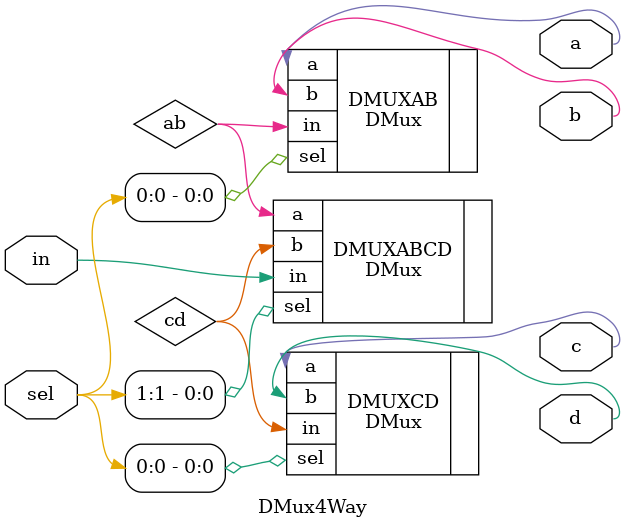
<source format=v>
/**
 * 4-way demultiplexor:
 * {a, b, c, d} = {in, 0, 0, 0} if sel == 00
 *                {0, in, 0, 0} if sel == 01
 *                {0, 0, in, 0} if sel == 10
 *                {0, 0, 0, in} if sel == 11
 */

`default_nettype none
module DMux4Way(
	input in,
	input [1:0] sel,
    output a,
	output b,
	output c,
	output d
);

    wire ab, cd;  // split into intermediate wires

    DMux DMUXABCD(.a(ab),.b(cd),.in(in),.sel(sel[1]));  // sel[1] chooses between ab and cd

    DMux DMUXAB(.a(a),.b(b),.in(ab),.sel(sel[0]));  // sel[0] chooses between a and b
    DMux DMUXCD(.a(c),.b(d),.in(cd),.sel(sel[0]));  // sel[0] chooses between c and d

endmodule


</source>
